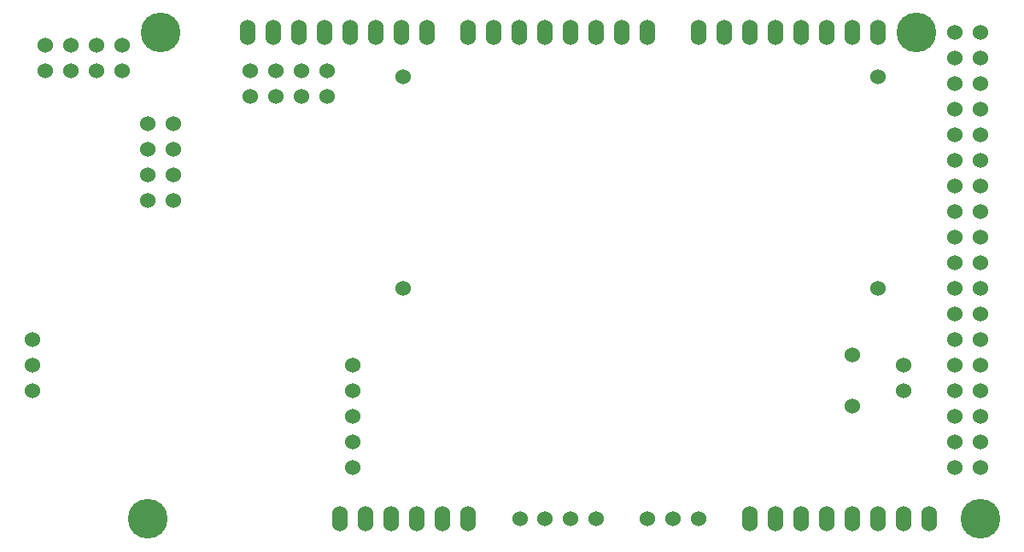
<source format=gts>
G04 #@! TF.FileFunction,Soldermask,Top*
%FSLAX46Y46*%
G04 Gerber Fmt 4.6, Leading zero omitted, Abs format (unit mm)*
G04 Created by KiCad (PCBNEW (after 2015-mar-04 BZR unknown)-product) date 4/2/2015 5:06:05 PM*
%MOMM*%
G01*
G04 APERTURE LIST*
%ADD10C,0.100000*%
%ADD11C,1.524000*%
%ADD12O,1.524000X2.540000*%
%ADD13C,3.937000*%
G04 APERTURE END LIST*
D10*
D11*
X85090000Y-39370000D03*
X85090000Y-36830000D03*
X87630000Y-36830000D03*
X87630000Y-39370000D03*
X82550000Y-39370000D03*
X82550000Y-36830000D03*
X80010000Y-36830000D03*
X80010000Y-39370000D03*
X92710000Y-49630000D03*
X92710000Y-44550000D03*
X92710000Y-47090000D03*
X92710000Y-52170000D03*
X90170000Y-49630000D03*
X90170000Y-52170000D03*
X90170000Y-47090000D03*
X90170000Y-44550000D03*
X127100000Y-83820000D03*
X129540000Y-83820000D03*
X132080000Y-83820000D03*
X134620000Y-83820000D03*
X170180000Y-73660000D03*
X170180000Y-71120000D03*
X170180000Y-68580000D03*
X170180000Y-66040000D03*
X170180000Y-66040000D03*
X170180000Y-68580000D03*
X170180000Y-71120000D03*
X170180000Y-73660000D03*
X160020000Y-72620000D03*
X160020000Y-67540000D03*
X165100000Y-68580000D03*
X165100000Y-71120000D03*
X115500000Y-60960000D03*
X115500000Y-39940000D03*
X162560000Y-39940000D03*
X162560000Y-60960000D03*
X110510000Y-68580000D03*
X110510000Y-71120000D03*
X110510000Y-73660000D03*
X110510000Y-76200000D03*
X110510000Y-78740000D03*
X144780000Y-83820000D03*
X142240000Y-83820000D03*
X139700000Y-83820000D03*
X78740000Y-71120000D03*
X78740000Y-68580000D03*
X78740000Y-66040000D03*
X100330000Y-41910000D03*
X100330000Y-39370000D03*
X105410000Y-39370000D03*
X105410000Y-41910000D03*
X102870000Y-39370000D03*
X102870000Y-41910000D03*
X107950000Y-41910000D03*
X107950000Y-39370000D03*
X172720000Y-78740000D03*
X170180000Y-78740000D03*
X172720000Y-76200000D03*
X170180000Y-76200000D03*
X172720000Y-73660000D03*
X170180000Y-73660000D03*
X172720000Y-71120000D03*
X170180000Y-71120000D03*
X172720000Y-68580000D03*
X170180000Y-68580000D03*
X172720000Y-66040000D03*
X170180000Y-66040000D03*
X172720000Y-63500000D03*
X170180000Y-63500000D03*
X172720000Y-60960000D03*
X170180000Y-60960000D03*
X172720000Y-58420000D03*
X170180000Y-58420000D03*
X172720000Y-55880000D03*
X170180000Y-55880000D03*
D12*
X144780000Y-35560000D03*
X147320000Y-35560000D03*
X149860000Y-35560000D03*
X152400000Y-35560000D03*
X154940000Y-35560000D03*
X157480000Y-35560000D03*
X160020000Y-35560000D03*
X162560000Y-35560000D03*
X167640000Y-83820000D03*
X165100000Y-83820000D03*
X162560000Y-83820000D03*
X160020000Y-83820000D03*
X149860000Y-83820000D03*
X152400000Y-83820000D03*
X154940000Y-83820000D03*
X157480000Y-83820000D03*
X121920000Y-83820000D03*
X119380000Y-83820000D03*
X116840000Y-83820000D03*
X111760000Y-83820000D03*
X109220000Y-83820000D03*
X139700000Y-35560000D03*
X137160000Y-35560000D03*
X134620000Y-35560000D03*
X132080000Y-35560000D03*
X129540000Y-35560000D03*
X127000000Y-35560000D03*
X124460000Y-35560000D03*
X121920000Y-35560000D03*
X117856000Y-35560000D03*
X115316000Y-35560000D03*
X112776000Y-35560000D03*
X110236000Y-35560000D03*
X107696000Y-35560000D03*
X105156000Y-35560000D03*
X102616000Y-35560000D03*
X100076000Y-35560000D03*
X114300000Y-83820000D03*
D13*
X172720000Y-83820000D03*
X166370000Y-35560000D03*
X91440000Y-35560000D03*
X90170000Y-83820000D03*
D11*
X170180000Y-38100000D03*
X172720000Y-38100000D03*
X170180000Y-40640000D03*
X172720000Y-40640000D03*
X170180000Y-43180000D03*
X172720000Y-43180000D03*
X170180000Y-45720000D03*
X172720000Y-45720000D03*
X170180000Y-35560000D03*
X172720000Y-35560000D03*
X172720000Y-48260000D03*
X170180000Y-48260000D03*
X170180000Y-50800000D03*
X172720000Y-50800000D03*
X170180000Y-53340000D03*
X172720000Y-53340000D03*
X170180000Y-55880000D03*
X172720000Y-55880000D03*
X170180000Y-58420000D03*
X172720000Y-58420000D03*
X170180000Y-60960000D03*
X172720000Y-60960000D03*
X170180000Y-63500000D03*
X172720000Y-63500000D03*
X170180000Y-66040000D03*
X172720000Y-66040000D03*
X170180000Y-68580000D03*
X172720000Y-68580000D03*
X170180000Y-71120000D03*
X172720000Y-71120000D03*
X170180000Y-73660000D03*
X172720000Y-73660000D03*
X170180000Y-76200000D03*
X172720000Y-76200000D03*
X170180000Y-78740000D03*
X172720000Y-78740000D03*
M02*

</source>
